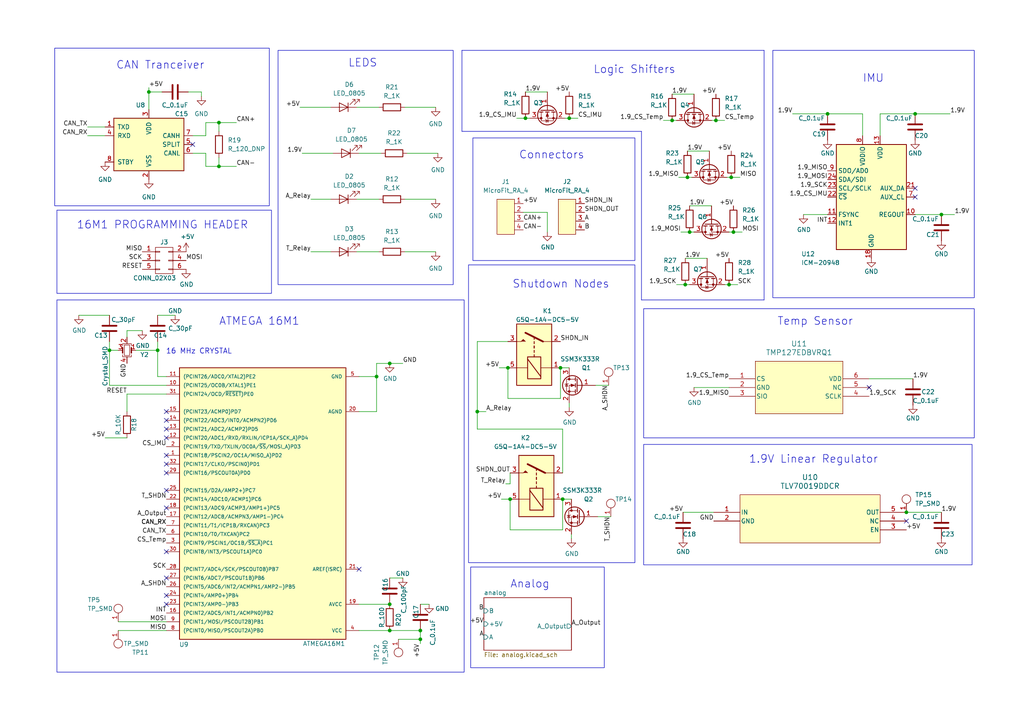
<source format=kicad_sch>
(kicad_sch (version 20230121) (generator eeschema)
  (paper "A4")
  (junction (at 262.89 148.59))
  (junction (at 63.5 35.56))
  (junction (at 43.18 26.67))
  (junction (at 163.195 144.78))
  (junction (at 109.22 109.22))
  (junction (at 265.43 33.02))
  (junction (at 212.09 51.435))
  (junction (at 152.4 34.29))
  (junction (at 113.03 175.26))
  (junction (at 121.92 182.88))
  (junction (at 147.955 144.78))
  (junction (at 63.5 48.26))
  (junction (at 199.39 51.435))
  (junction (at 45.72 101.6))
  (junction (at 194.945 34.925))
  (junction (at 212.725 67.31))
  (junction (at 273.05 62.23))
  (junction (at 113.03 182.88))
  (junction (at 165.1 34.29))
  (junction (at 211.455 82.55))
  (junction (at 162.56 106.68))
  (junction (at 200.025 67.31))
  (junction (at 113.03 105.41))
  (junction (at 147.32 106.68))
  (junction (at 31.75 101.6))
  (junction (at 138.43 119.38))
  (junction (at 240.03 33.02))
  (junction (at 198.755 82.55))
  (junction (at 207.645 34.925))
  (junction (at 121.92 185.42))
  (no_connect (at 262.89 151.13))
  (no_connect (at 48.26 167.64))
  (no_connect (at 48.26 175.26))
  (no_connect (at 48.26 132.08))
  (no_connect (at 265.43 54.61))
  (no_connect (at 48.26 147.32))
  (no_connect (at 48.26 127))
  (no_connect (at 48.26 121.92))
  (no_connect (at 265.43 57.15))
  (no_connect (at 48.26 124.46))
  (no_connect (at 104.14 165.1))
  (no_connect (at 48.26 160.02))
  (no_connect (at 48.26 142.24))
  (no_connect (at 48.26 119.38))
  (no_connect (at 48.26 172.72))
  (no_connect (at 252.095 112.395))
  (no_connect (at 48.26 137.16))
  (no_connect (at 55.88 41.91))
  (no_connect (at 48.26 134.62))
  (polyline (pts (xy 221.615 86.995) (xy 186.055 86.995)))
  (wire (pts (xy 265.43 33.02) (xy 275.59 33.02)))
  (wire (pts (xy 229.87 33.02) (xy 240.03 33.02)))
  (wire (pts (xy 31.75 99.06) (xy 31.75 101.6)))
  (wire (pts (xy 198.12 148.59) (xy 207.01 148.59)))
  (wire (pts (xy 162.56 115.57) (xy 162.56 106.68)))
  (wire (pts (xy 36.83 127) (xy 30.48 127)))
  (polyline (pts (xy 133.985 38.1) (xy 186.055 38.1)))
  (wire (pts (xy 200.025 59.69) (xy 206.375 59.69)))
  (wire (pts (xy 158.75 67.31) (xy 158.75 61.595)))
  (wire (pts (xy 117.475 57.785) (xy 126.365 57.785)))
  (wire (pts (xy 34.29 180.34) (xy 48.26 180.34)))
  (wire (pts (xy 197.485 67.31) (xy 200.025 67.31)))
  (wire (pts (xy 192.405 34.925) (xy 194.945 34.925)))
  (wire (pts (xy 115.57 185.42) (xy 121.92 185.42)))
  (wire (pts (xy 250.19 33.02) (xy 250.19 39.37)))
  (wire (pts (xy 63.5 35.56) (xy 63.5 38.1)))
  (wire (pts (xy 36.83 95.885) (xy 41.275 95.885)))
  (wire (pts (xy 162.56 106.68) (xy 165.1 106.68)))
  (polyline (pts (xy 186.055 86.995) (xy 186.055 38.1)))
  (wire (pts (xy 87.63 44.45) (xy 96.52 44.45)))
  (wire (pts (xy 31.75 111.76) (xy 48.26 111.76)))
  (wire (pts (xy 199.39 51.435) (xy 200.66 51.435)))
  (wire (pts (xy 147.955 144.78) (xy 147.955 153.67)))
  (wire (pts (xy 212.09 51.435) (xy 214.63 51.435)))
  (wire (pts (xy 58.42 26.67) (xy 58.42 27.94)))
  (wire (pts (xy 210.82 51.435) (xy 212.09 51.435)))
  (wire (pts (xy 109.22 109.22) (xy 109.22 105.41)))
  (wire (pts (xy 104.14 44.45) (xy 110.49 44.45)))
  (wire (pts (xy 43.18 26.67) (xy 46.99 26.67)))
  (wire (pts (xy 36.83 114.3) (xy 36.83 119.38)))
  (wire (pts (xy 113.03 105.41) (xy 116.84 105.41)))
  (wire (pts (xy 252.095 109.855) (xy 264.795 109.855)))
  (wire (pts (xy 113.03 167.64) (xy 116.84 167.64)))
  (wire (pts (xy 196.215 82.55) (xy 198.755 82.55)))
  (wire (pts (xy 163.83 34.29) (xy 165.1 34.29)))
  (wire (pts (xy 86.995 31.115) (xy 95.885 31.115)))
  (wire (pts (xy 200.025 67.31) (xy 201.295 67.31)))
  (wire (pts (xy 173.355 149.86) (xy 177.165 149.86)))
  (wire (pts (xy 206.375 34.925) (xy 207.645 34.925)))
  (polyline (pts (xy 221.615 14.605) (xy 221.615 86.995)))
  (wire (pts (xy 152.4 26.67) (xy 158.75 26.67)))
  (wire (pts (xy 103.505 31.115) (xy 109.855 31.115)))
  (wire (pts (xy 138.43 119.38) (xy 138.43 124.46)))
  (wire (pts (xy 117.475 31.115) (xy 126.365 31.115)))
  (wire (pts (xy 199.39 43.815) (xy 205.74 43.815)))
  (wire (pts (xy 144.78 106.68) (xy 147.32 106.68)))
  (wire (pts (xy 265.43 62.23) (xy 273.05 62.23)))
  (wire (pts (xy 212.725 67.31) (xy 215.265 67.31)))
  (wire (pts (xy 146.685 140.335) (xy 147.955 140.335)))
  (wire (pts (xy 121.92 186.69) (xy 121.92 185.42)))
  (wire (pts (xy 59.69 35.56) (xy 63.5 35.56)))
  (wire (pts (xy 109.22 105.41) (xy 113.03 105.41)))
  (wire (pts (xy 149.86 34.29) (xy 152.4 34.29)))
  (wire (pts (xy 201.295 112.395) (xy 211.455 112.395)))
  (wire (pts (xy 25.4 39.37) (xy 30.48 39.37)))
  (wire (pts (xy 163.195 153.67) (xy 163.195 144.78)))
  (wire (pts (xy 90.17 57.785) (xy 95.885 57.785)))
  (wire (pts (xy 121.92 185.42) (xy 121.92 182.88)))
  (wire (pts (xy 196.85 51.435) (xy 199.39 51.435)))
  (wire (pts (xy 194.945 27.305) (xy 201.295 27.305)))
  (wire (pts (xy 172.72 111.76) (xy 176.53 111.76)))
  (wire (pts (xy 59.69 48.26) (xy 63.5 48.26)))
  (wire (pts (xy 54.61 26.67) (xy 58.42 26.67)))
  (wire (pts (xy 165.1 34.29) (xy 167.64 34.29)))
  (wire (pts (xy 25.4 36.83) (xy 30.48 36.83)))
  (wire (pts (xy 121.92 175.26) (xy 124.46 175.26)))
  (wire (pts (xy 104.14 182.88) (xy 113.03 182.88)))
  (polyline (pts (xy 133.985 38.1) (xy 133.985 14.605)))
  (wire (pts (xy 145.415 144.78) (xy 147.955 144.78)))
  (wire (pts (xy 255.27 33.02) (xy 265.43 33.02)))
  (wire (pts (xy 121.92 182.88) (xy 113.03 182.88)))
  (wire (pts (xy 63.5 48.26) (xy 68.58 48.26)))
  (wire (pts (xy 22.86 91.44) (xy 31.75 91.44)))
  (wire (pts (xy 165.1 116.84) (xy 165.1 118.11)))
  (wire (pts (xy 255.27 33.02) (xy 255.27 39.37)))
  (wire (pts (xy 55.88 39.37) (xy 59.69 39.37)))
  (wire (pts (xy 262.89 148.59) (xy 273.05 148.59)))
  (polyline (pts (xy 133.985 14.605) (xy 221.615 14.605)))
  (wire (pts (xy 63.5 35.56) (xy 68.58 35.56)))
  (wire (pts (xy 103.505 73.025) (xy 109.855 73.025)))
  (wire (pts (xy 207.645 34.925) (xy 210.185 34.925)))
  (wire (pts (xy 109.22 119.38) (xy 109.22 109.22)))
  (wire (pts (xy 198.755 82.55) (xy 200.025 82.55)))
  (wire (pts (xy 59.69 44.45) (xy 59.69 48.26)))
  (wire (pts (xy 43.18 26.67) (xy 43.18 31.75)))
  (wire (pts (xy 39.37 101.6) (xy 45.72 101.6)))
  (wire (pts (xy 59.69 39.37) (xy 59.69 35.56)))
  (wire (pts (xy 104.14 119.38) (xy 109.22 119.38)))
  (wire (pts (xy 211.455 82.55) (xy 213.995 82.55)))
  (wire (pts (xy 34.29 101.6) (xy 31.75 101.6)))
  (wire (pts (xy 163.195 144.78) (xy 165.735 144.78)))
  (wire (pts (xy 63.5 48.26) (xy 63.5 45.72)))
  (wire (pts (xy 194.945 34.925) (xy 196.215 34.925)))
  (wire (pts (xy 45.72 99.06) (xy 45.72 101.6)))
  (wire (pts (xy 109.22 109.22) (xy 104.14 109.22)))
  (wire (pts (xy 55.88 44.45) (xy 59.69 44.45)))
  (wire (pts (xy 233.045 62.23) (xy 240.03 62.23)))
  (wire (pts (xy 31.75 101.6) (xy 31.75 111.76)))
  (wire (pts (xy 45.72 91.44) (xy 50.8 91.44)))
  (wire (pts (xy 138.43 119.38) (xy 140.97 119.38)))
  (wire (pts (xy 210.185 82.55) (xy 211.455 82.55)))
  (wire (pts (xy 250.19 33.02) (xy 240.03 33.02)))
  (wire (pts (xy 138.43 99.06) (xy 147.32 99.06)))
  (wire (pts (xy 36.83 97.79) (xy 36.83 95.885)))
  (wire (pts (xy 104.14 175.26) (xy 113.03 175.26)))
  (wire (pts (xy 138.43 99.06) (xy 138.43 119.38)))
  (wire (pts (xy 158.75 61.595) (xy 151.765 61.595)))
  (wire (pts (xy 90.17 73.025) (xy 95.885 73.025)))
  (wire (pts (xy 36.83 114.3) (xy 48.26 114.3)))
  (wire (pts (xy 118.11 44.45) (xy 127 44.45)))
  (wire (pts (xy 45.72 109.22) (xy 48.26 109.22)))
  (wire (pts (xy 34.29 182.88) (xy 48.26 182.88)))
  (wire (pts (xy 147.32 115.57) (xy 162.56 115.57)))
  (wire (pts (xy 138.43 124.46) (xy 163.195 124.46)))
  (wire (pts (xy 117.475 73.025) (xy 126.365 73.025)))
  (wire (pts (xy 147.955 153.67) (xy 163.195 153.67)))
  (wire (pts (xy 211.455 67.31) (xy 212.725 67.31)))
  (wire (pts (xy 147.955 137.16) (xy 147.955 140.335)))
  (wire (pts (xy 163.195 137.16) (xy 163.195 124.46)))
  (wire (pts (xy 198.755 74.93) (xy 205.105 74.93)))
  (wire (pts (xy 103.505 57.785) (xy 109.855 57.785)))
  (wire (pts (xy 43.18 25.4) (xy 43.18 26.67)))
  (wire (pts (xy 147.32 106.68) (xy 147.32 115.57)))
  (wire (pts (xy 152.4 34.29) (xy 153.67 34.29)))
  (wire (pts (xy 45.72 101.6) (xy 45.72 109.22)))
  (wire (pts (xy 165.735 154.94) (xy 165.735 156.21)))
  (wire (pts (xy 273.05 62.23) (xy 276.86 62.23)))
  (rectangle (start 136.525 164.465) (end 175.26 193.675))
  (rectangle (start 186.69 89.535) (end 282.575 127))
  (rectangle (start 224.155 14.605) (end 282.575 86.36))
  (rectangle (start 186.69 128.905) (end 281.94 163.83))
  (rectangle (start 15.875 13.97) (end 78.105 59.69))
  (rectangle (start 137.16 40.005) (end 184.15 75.565))
  (rectangle (start 135.89 76.835) (end 184.15 163.195))
  (rectangle (start 16.51 86.995) (end 134.62 194.945))
  (rectangle (start 80.645 14.605) (end 131.445 82.55))
  (rectangle (start 16.51 60.96) (end 78.74 85.09))
  (text "Logic Shifters" (at 172.085 21.59 0) (effects (font (size 2.2606 2.2606)) (justify left bottom)))
  (text "LEDS" (at 100.965 19.685 0) (effects (font (size 2.2606 2.2606)) (justify left bottom)))
  (text "Connectors" (at 150.495 46.355 0) (effects (font (size 2.2606 2.2606)) (justify left bottom)))
  (text "Analog" (at 147.955 170.815 0) (effects (font (size 2.2606 2.2606)) (justify left bottom)))
  (text "Shutdown Nodes" (at 148.59 83.82 0) (effects (font (size 2.2606 2.2606)) (justify left bottom)))
  (text "Temp Sensor" (at 225.425 94.615 0) (effects (font (size 2.2606 2.2606)) (justify left bottom)))
  (text "IMU" (at 250.19 24.13 0) (effects (font (size 2.2606 2.2606)) (justify left bottom)))
  (text "16M1 PROGRAMMING HEADER\n" (at 22.225 66.675 0) (effects (font (size 2.2606 2.2606)) (justify left bottom)))
  (text "16 MHz CRYSTAL\n" (at 67.31 102.87 0) (effects (font (size 1.5 1.5)) (justify right bottom)))
  (text "1.9V Linear Regulator" (at 217.17 134.62 0) (effects (font (size 2.2606 2.2606)) (justify left bottom)))
  (text "CAN Tranceiver" (at 33.655 20.32 0) (effects (font (size 2.2606 2.2606)) (justify left bottom)))
  (text "ATMEGA 16M1\n" (at 63.5 94.615 0) (effects (font (size 2.2606 2.2606)) (justify left bottom)))
  (label "+5V" (at 145.415 144.78 180))
  (label "CS_Temp" (at 48.26 157.48 180))
  (label "MISO" (at 48.26 182.88 180))
  (label "A_Output" (at 165.735 181.61 0))
  (label "1.9_CS_IMU" (at 240.03 57.15 180))
  (label "MOSI" (at 215.265 67.31 0))
  (label "1.9_CS_Temp" (at 192.405 34.925 180))
  (label "GND" (at 116.84 105.41 0))
  (label "CAN-" (at 151.765 66.675 0))
  (label "SHDN_IN" (at 169.545 59.055 0))
  (label "RESET" (at 36.83 114.3 180))
  (label "A_SHDN" (at 176.53 111.76 270))
  (label "A_Output" (at 48.26 149.86 180))
  (label "CAN_RX" (at 48.26 152.4 180))
  (label "1.9_CS_Temp" (at 211.455 109.855 180))
  (label "MISO" (at 214.63 51.435 0))
  (label "CS_IMU" (at 48.26 129.54 180))
  (label "1.9_SCK" (at 196.215 82.55 180))
  (label "1.9_MOSI" (at 240.03 52.07 180))
  (label "1.9V" (at 194.945 27.305 0))
  (label "1.9V" (at 275.59 33.02 0))
  (label "1.9V" (at 199.39 43.815 0))
  (label "+5V" (at 262.89 153.67 0))
  (label "MOSI" (at 53.975 75.565 0))
  (label "SCK" (at 48.26 165.1 180))
  (label "1.9V" (at 198.755 74.93 0))
  (label "1.9_MISO" (at 196.85 51.435 180))
  (label "1.9V" (at 264.795 109.855 0))
  (label "1.9V" (at 152.4 26.67 0))
  (label "SHDN_IN" (at 162.56 99.06 0))
  (label "MOSI" (at 48.26 180.34 180))
  (label "+5V" (at 144.78 106.68 180))
  (label "1.9V" (at 87.63 44.45 180))
  (label "INT" (at 48.26 177.8 180))
  (label "SCK" (at 213.995 82.55 0))
  (label "INT" (at 240.03 64.77 180))
  (label "SHDN_OUT" (at 147.955 137.16 180))
  (label "CAN_TX" (at 48.26 154.94 180))
  (label "A" (at 169.545 64.135 0))
  (label "T_Relay" (at 146.685 140.335 180))
  (label "CAN+" (at 68.58 35.56 0))
  (label "+5V" (at 198.12 148.59 180))
  (label "CS_Temp" (at 210.185 34.925 0))
  (label "1.9V" (at 276.86 62.23 0))
  (label "SCK" (at 41.275 75.565 180))
  (label "+5V" (at 207.645 27.305 180))
  (label "CS_IMU" (at 167.64 34.29 0))
  (label "T_SHDN" (at 177.165 149.86 270))
  (label "RESET" (at 41.275 78.105 180))
  (label "1.9_MISO" (at 240.03 49.53 180))
  (label "1.9_MISO" (at 211.455 114.935 180))
  (label "CAN_RX" (at 25.4 39.37 180))
  (label "1.9V" (at 200.025 59.69 0))
  (label "1.9_SCK" (at 252.095 114.935 0))
  (label "+5V" (at 151.765 59.055 0))
  (label "A_SHDN" (at 48.26 170.18 180))
  (label "T_Relay" (at 90.17 73.025 180))
  (label "+5V" (at 86.995 31.115 180))
  (label "+5V" (at 212.09 43.815 180))
  (label "B" (at 169.545 66.675 0))
  (label "1.9V" (at 229.87 33.02 180))
  (label "+5V" (at 211.455 74.93 180))
  (label "CAN_TX" (at 25.4 36.83 180))
  (label "A_Relay" (at 140.97 119.38 0))
  (label "+5V" (at 30.48 127 180))
  (label "+5V" (at 165.1 26.67 180))
  (label "CAN_RX" (at 48.26 152.4 180))
  (label "A_Relay" (at 90.17 57.785 180))
  (label "+5V" (at 212.725 59.69 180))
  (label "T_SHDN" (at 48.26 144.78 180))
  (label "+5V" (at 121.92 186.69 270))
  (label "1.9_CS_IMU" (at 149.86 34.29 180))
  (label "B" (at 140.335 177.165 180))
  (label "+5V" (at 140.335 180.975 180))
  (label "MISO" (at 41.275 73.025 180))
  (label "GND" (at 207.01 151.13 180))
  (label "A" (at 140.335 184.785 180))
  (label "GND" (at 36.83 105.41 270))
  (label "1.9V" (at 273.05 148.59 0))
  (label "1.9_SCK" (at 240.03 54.61 180))
  (label "SHDN_OUT" (at 169.545 61.595 0))
  (label "CAN-" (at 68.58 48.26 0))
  (label "CAN+" (at 151.765 64.135 0))
  (label "1.9_MOSI" (at 197.485 67.31 180))
  (label "+5V" (at 43.18 25.4 0))
  (symbol (lib_id "power:GND") (at 126.365 73.025 0) (unit 1)
    (property "Reference" "#PWR?" (effects hide))
    (property "Value" "GND" (at 126.365 77.851 0))
  )
  (symbol (lib_id "formula:TP_SMD") (at 177.165 148.59 0) (unit 1)
    (property "Reference" "TP14" (at 178.435 144.78 0) (effects (justify left)))
    (property "Value" "TP_SMD" (effects hide))
    (property "Footprint" "footprints:Test_Point_SMD" (effects hide))
    (property "MPN" "5019" (effects hide))
    (property "MFN" "Keystone" (effects hide))
    (property "DKPN" "36-5019TR-ND" (effects hide))
    (property "NewDesigns" "YES" (effects hide))
    (property "Stocked" "Reel" (effects hide))
    (property "Package" "Custom" (effects hide))
    (property "Style" "SMD" (effects hide))
  )
  (symbol (lib_id "power:GND") (at 252.73 74.93 0) (unit 1)
    (property "Reference" "#PWR?" (effects hide))
    (property "Value" "GND" (at 252.73 78.74 0))
  )
  (symbol (lib_id "OEM:0u1F") (at 50.8 26.67 90) (unit 1)
    (property "Reference" "C15" (at 54.61 33.02 90) (effects (justify left)))
    (property "Value" "C_0.1uF" (at 54.61 30.48 90) (effects (justify left)))
    (property "Footprint" "OEM:C_0603" (effects hide))
    (property "Datasheet" "http://datasheets.avx.com/X7RDielectric.pdf" (effects hide))
    (property "MPN" "478-3352-1-ND" (effects hide))
    (property "MFN" "Digi-Key" (effects hide))
    (property "Package" "Value" (effects hide))
    (property "DKPN" "1276-1935-2-ND" (effects hide))
    (property "Stocked" "Reel" (effects hide))
    (property "NewDesigns" "YES" (effects hide))
    (property "Style" "SMD" (effects hide))
  )
  (symbol (lib_id "formula:SSM3K333R") (at 201.295 32.385 90) (mirror x) (unit 1)
    (property "Reference" "Q4" (at 200.025 30.48 90) (effects (justify left)))
    (property "Value" "SSM3K333R" (effects hide))
    (property "Footprint" "footprints:SOT-23F" (effects hide))
    (property "Datasheet" "https://drive.google.com/drive/folders/0B-V-iZf33Y4GNzhDQTJZanJRbVk" (effects hide))
    (property "MFN" "DK" (effects hide))
    (property "MPN" "SSM3K333RLFCT-ND" (effects hide))
    (property "PurchasingLink" "https://www.digikey.com/product-detail/en/toshiba-semiconductor-and-storage/SSM3K333RLF/SSM3K333RLFCT-ND/3522391" (effects hide))
  )
  (symbol (lib_id "power:GND") (at 116.84 167.64 0) (unit 1)
    (property "Reference" "#PWR?" (effects hide))
    (property "Value" "GND" (at 116.84 166.37 0))
  )
  (symbol (lib_id "formula:TP_SMD") (at 176.53 110.49 0) (unit 1)
    (property "Reference" "TP13" (at 177.8 106.68 0) (effects (justify left)))
    (property "Value" "TP_SMD" (effects hide))
    (property "Footprint" "footprints:Test_Point_SMD" (effects hide))
    (property "MPN" "5019" (effects hide))
    (property "MFN" "Keystone" (effects hide))
    (property "DKPN" "36-5019TR-ND" (effects hide))
    (property "NewDesigns" "YES" (effects hide))
    (property "Stocked" "Reel" (effects hide))
    (property "Package" "Custom" (effects hide))
    (property "Style" "SMD" (effects hide))
  )
  (symbol (lib_id "formula:SSM3K333R") (at 167.64 111.76 0) (mirror y) (unit 1)
    (property "Reference" "Q1" (at 171.45 106.68 0) (effects (justify left)))
    (property "Value" "SSM3K333R" (at 173.99 104.14 0) (effects (justify left)))
    (property "Footprint" "footprints:SOT-23F" (effects hide))
    (property "Datasheet" "https://drive.google.com/drive/folders/0B-V-iZf33Y4GNzhDQTJZanJRbVk" (effects hide))
    (property "MFN" "DK" (effects hide))
    (property "MPN" "SSM3K333RLFCT-ND" (effects hide))
    (property "PurchasingLink" "https://www.digikey.com/product-detail/en/toshiba-semiconductor-and-storage/SSM3K333RLF/SSM3K333RLFCT-ND/3522391" (effects hide))
  )
  (symbol (lib_id "formula:R_1K") (at 212.09 47.625 180) (unit 1)
    (property "Reference" "R24" (at 214.63 45.085 0) (effects (justify right)))
    (property "Value" "R_1K" (at 214.63 47.625 0) (effects (justify right)))
    (property "Footprint" "OEM:R_0603" (effects hide))
    (property "Datasheet" "https://www.seielect.com/Catalog/SEI-rncp.pdf" (effects hide))
    (property "MFN" "DK" (effects hide))
    (property "MPN" "RNCP0805FTD1K00CT-ND" (effects hide))
    (property "PurchasingLink" "https://www.digikey.com/products/en?keywords=RNCP0805FTD1K00CT-ND" (effects hide))
  )
  (symbol (lib_id "power:GND") (at 273.05 69.85 0) (unit 1)
    (property "Reference" "#PWR?" (effects hide))
    (property "Value" "GND" (at 273.05 73.66 0))
  )
  (symbol (lib_id "power:GND") (at 240.03 40.64 0) (unit 1)
    (property "Reference" "#PWR?" (effects hide))
    (property "Value" "GND" (at 240.03 44.45 0))
  )
  (symbol (lib_name "GND_1") (lib_id "power:GND") (at 30.48 46.99 0) (unit 1)
    (property "Reference" "#PWR?" (effects hide))
    (property "Value" "GND" (at 30.48 52.07 0))
  )
  (symbol (lib_id "formula:TLV70019DDCR") (at 207.01 148.59 0) (unit 1)
    (property "Reference" "U10" (at 234.95 138.43 0) (effects (font (size 1.524 1.524))))
    (property "Value" "TLV70019DDCR" (at 234.95 140.97 0) (effects (font (size 1.524 1.524))))
    (property "Footprint" "footprints:TLV70019DDCR" (effects hide))
    (property "Datasheet" "TLV70019DDCR" (effects hide))
  )
  (symbol (lib_id "formula:SSM3K333R") (at 168.275 149.86 0) (mirror y) (unit 1)
    (property "Reference" "Q2" (at 172.085 144.78 0) (effects (justify left)))
    (property "Value" "SSM3K333R" (at 174.625 142.24 0) (effects (justify left)))
    (property "Footprint" "footprints:SOT-23F" (effects hide))
    (property "Datasheet" "https://drive.google.com/drive/folders/0B-V-iZf33Y4GNzhDQTJZanJRbVk" (effects hide))
    (property "MFN" "DK" (effects hide))
    (property "MPN" "SSM3K333RLFCT-ND" (effects hide))
    (property "PurchasingLink" "https://www.digikey.com/product-detail/en/toshiba-semiconductor-and-storage/SSM3K333RLF/SSM3K333RLFCT-ND/3522391" (effects hide))
  )
  (symbol (lib_id "formula:LED_0805") (at 99.695 57.785 180) (unit 1)
    (property "Reference" "D2" (at 101.2952 51.181 0))
    (property "Value" "LED_0805" (at 101.2952 53.721 0))
    (property "Footprint" "footprints:LED_0805_OEM" (effects hide))
    (property "Datasheet" "http://www.osram-os.com/Graphics/XPic9/00078860_0.pdf" (effects hide))
    (property "MFN" "DK" (effects hide))
    (property "MPN" "475-1410-1-ND" (effects hide))
    (property "PurchasingLink" "https://www.digikey.com/products/en?keywords=475-1410-1-ND" (effects hide))
  )
  (symbol (lib_id "power:GND") (at 41.275 95.885 0) (unit 1)
    (property "Reference" "#PWR?" (effects hide))
    (property "Value" "GND" (at 41.402 100.2792 0))
  )
  (symbol (lib_id "formula:R_1K") (at 212.725 63.5 180) (unit 1)
    (property "Reference" "R26" (at 215.265 60.96 0) (effects (justify right)))
    (property "Value" "R_1K" (at 215.265 63.5 0) (effects (justify right)))
    (property "Footprint" "OEM:R_0603" (effects hide))
    (property "Datasheet" "https://www.seielect.com/Catalog/SEI-rncp.pdf" (effects hide))
    (property "MFN" "DK" (effects hide))
    (property "MPN" "RNCP0805FTD1K00CT-ND" (effects hide))
    (property "PurchasingLink" "https://www.digikey.com/products/en?keywords=RNCP0805FTD1K00CT-ND" (effects hide))
  )
  (symbol (lib_id "formula:MicroFit_RA_4") (at 164.465 62.865 0) (unit 1)
    (property "Reference" "J2" (at 164.465 52.705 0))
    (property "Value" "MicroFit_RA_4" (at 164.465 55.245 0))
    (property "Footprint" "footprints:MicroFit_RA_4" (effects hide))
    (property "Purchasing Link" "https://www.digikey.com/product-detail/en/molex/0430450400/WM1814-ND/252527" (effects hide))
    (property "PurchasingLink" "https://www.digikey.com/product-detail/en/molex/0430450400/WM1814-ND/252527" (effects hide))
  )
  (symbol (lib_id "power:GND") (at 165.735 156.21 0) (unit 1)
    (property "Reference" "#PWR?" (effects hide))
    (property "Value" "GND" (at 165.862 160.6042 0))
  )
  (symbol (lib_name "GND_1") (lib_id "power:GND") (at 43.18 52.07 0) (unit 1)
    (property "Reference" "#PWR?" (effects hide))
    (property "Value" "GND" (at 43.18 57.15 0))
  )
  (symbol (lib_id "formula:R_1K") (at 152.4 30.48 180) (unit 1)
    (property "Reference" "R14" (at 146.05 27.305 0) (effects (justify right)))
    (property "Value" "R_1K" (at 146.05 29.845 0) (effects (justify right)))
    (property "Footprint" "OEM:R_0603" (effects hide))
    (property "Datasheet" "https://www.seielect.com/Catalog/SEI-rncp.pdf" (effects hide))
    (property "MFN" "DK" (effects hide))
    (property "MPN" "RNCP0805FTD1K00CT-ND" (effects hide))
    (property "PurchasingLink" "https://www.digikey.com/products/en?keywords=RNCP0805FTD1K00CT-ND" (effects hide))
  )
  (symbol (lib_name "GND_1") (lib_id "power:GND") (at 58.42 27.94 0) (unit 1)
    (property "Reference" "#PWR?" (effects hide))
    (property "Value" "GND" (at 58.42 33.02 0))
  )
  (symbol (lib_id "formula:SSM3K333R") (at 206.375 64.77 90) (mirror x) (unit 1)
    (property "Reference" "Q6" (at 205.105 62.865 90) (effects (justify left)))
    (property "Value" "SSM3K333R" (effects hide))
    (property "Footprint" "footprints:SOT-23F" (effects hide))
    (property "Datasheet" "https://drive.google.com/drive/folders/0B-V-iZf33Y4GNzhDQTJZanJRbVk" (effects hide))
    (property "MFN" "DK" (effects hide))
    (property "MPN" "SSM3K333RLFCT-ND" (effects hide))
    (property "PurchasingLink" "https://www.digikey.com/product-detail/en/toshiba-semiconductor-and-storage/SSM3K333RLF/SSM3K333RLFCT-ND/3522391" (effects hide))
  )
  (symbol (lib_id "formula:LED_0805") (at 99.695 31.115 180) (unit 1)
    (property "Reference" "D6" (at 101.2952 24.511 0))
    (property "Value" "LED_0805" (at 101.2952 27.051 0))
    (property "Footprint" "footprints:LED_0805_OEM" (effects hide))
    (property "Datasheet" "http://www.osram-os.com/Graphics/XPic9/00078860_0.pdf" (effects hide))
    (property "MFN" "DK" (effects hide))
    (property "MPN" "475-1410-1-ND" (effects hide))
    (property "PurchasingLink" "https://www.digikey.com/products/en?keywords=475-1410-1-ND" (effects hide))
  )
  (symbol (lib_id "formula:TMP127EDBVRQ1") (at 211.455 109.855 0) (unit 1)
    (property "Reference" "U11" (at 231.775 99.695 0) (effects (font (size 1.524 1.524))))
    (property "Value" "TMP127EDBVRQ1" (at 231.775 102.235 0) (effects (font (size 1.524 1.524))))
    (property "Footprint" "footprints:TMP127EDBVRQ1" (effects hide))
    (property "Datasheet" "TMP127EDBVRQ1" (effects hide))
  )
  (symbol (lib_id "formula:LED_0805") (at 99.695 73.025 180) (unit 1)
    (property "Reference" "D3" (at 101.2952 66.421 0))
    (property "Value" "LED_0805" (at 101.2952 68.961 0))
    (property "Footprint" "footprints:LED_0805_OEM" (effects hide))
    (property "Datasheet" "http://www.osram-os.com/Graphics/XPic9/00078860_0.pdf" (effects hide))
    (property "MFN" "DK" (effects hide))
    (property "MPN" "475-1410-1-ND" (effects hide))
    (property "PurchasingLink" "https://www.digikey.com/products/en?keywords=475-1410-1-ND" (effects hide))
  )
  (symbol (lib_id "power:GND") (at 264.795 117.475 0) (unit 1)
    (property "Reference" "#PWR?" (effects hide))
    (property "Value" "GND" (at 264.795 121.285 0))
  )
  (symbol (lib_id "formula:TP_SMD") (at 262.89 147.32 0) (unit 1)
    (property "Reference" "TP15" (at 265.43 143.51 0) (effects (justify left)))
    (property "Value" "TP_SMD" (at 265.43 146.05 0) (effects (justify left)))
    (property "Footprint" "footprints:Test_Point_SMD" (effects hide))
    (property "MPN" "5019" (effects hide))
    (property "MFN" "Keystone" (effects hide))
    (property "DKPN" "36-5019TR-ND" (effects hide))
    (property "NewDesigns" "YES" (effects hide))
    (property "Stocked" "Reel" (effects hide))
    (property "Package" "Custom" (effects hide))
    (property "Style" "SMD" (effects hide))
  )
  (symbol (lib_id "formula:R_1K") (at 165.1 30.48 180) (unit 1)
    (property "Reference" "R15" (at 167.64 27.94 0) (effects (justify right)))
    (property "Value" "R_1K" (at 167.64 30.48 0) (effects (justify right)))
    (property "Footprint" "OEM:R_0603" (effects hide))
    (property "Datasheet" "https://www.seielect.com/Catalog/SEI-rncp.pdf" (effects hide))
    (property "MFN" "DK" (effects hide))
    (property "MPN" "RNCP0805FTD1K00CT-ND" (effects hide))
    (property "PurchasingLink" "https://www.digikey.com/products/en?keywords=RNCP0805FTD1K00CT-ND" (effects hide))
  )
  (symbol (lib_id "formula:R_1K") (at 194.945 31.115 180) (unit 1)
    (property "Reference" "R16" (at 188.595 27.94 0) (effects (justify right)))
    (property "Value" "R_1K" (at 188.595 30.48 0) (effects (justify right)))
    (property "Footprint" "OEM:R_0603" (effects hide))
    (property "Datasheet" "https://www.seielect.com/Catalog/SEI-rncp.pdf" (effects hide))
    (property "MFN" "DK" (effects hide))
    (property "MPN" "RNCP0805FTD1K00CT-ND" (effects hide))
    (property "PurchasingLink" "https://www.digikey.com/products/en?keywords=RNCP0805FTD1K00CT-ND" (effects hide))
  )
  (symbol (lib_id "power:+5V") (at 53.975 73.025 0) (unit 1)
    (property "Reference" "#PWR?" (effects hide))
    (property "Value" "+5V" (at 54.356 68.6308 0))
  )
  (symbol (lib_id "power:GND") (at 53.975 78.105 0) (unit 1)
    (property "Reference" "#PWR?" (effects hide))
    (property "Value" "GND" (at 54.102 82.4992 0))
  )
  (symbol (lib_id "formula:R_1K") (at 113.665 31.115 90) (unit 1)
    (property "Reference" "R21" (at 113.665 25.273 90))
    (property "Value" "R_1K" (at 113.665 27.813 90))
    (property "Footprint" "OEM:R_0603" (effects hide))
    (property "Datasheet" "https://www.seielect.com/Catalog/SEI-rncp.pdf" (effects hide))
    (property "MFN" "DK" (effects hide))
    (property "MPN" "RNCP0805FTD1K00CT-ND" (effects hide))
    (property "PurchasingLink" "https://www.digikey.com/products/en?keywords=RNCP0805FTD1K00CT-ND" (effects hide))
  )
  (symbol (lib_id "formula:R_1K") (at 113.665 73.025 90) (unit 1)
    (property "Reference" "R13" (at 113.665 67.183 90))
    (property "Value" "R_1K" (at 113.665 69.723 90))
    (property "Footprint" "OEM:R_0603" (effects hide))
    (property "Datasheet" "https://www.seielect.com/Catalog/SEI-rncp.pdf" (effects hide))
    (property "MFN" "DK" (effects hide))
    (property "MPN" "RNCP0805FTD1K00CT-ND" (effects hide))
    (property "PurchasingLink" "https://www.digikey.com/products/en?keywords=RNCP0805FTD1K00CT-ND" (effects hide))
  )
  (symbol (lib_id "formula:R_1K") (at 198.755 78.74 180) (unit 1)
    (property "Reference" "R27" (at 192.405 75.565 0) (effects (justify right)))
    (property "Value" "R_1K" (at 192.405 78.105 0) (effects (justify right)))
    (property "Footprint" "OEM:R_0603" (effects hide))
    (property "Datasheet" "https://www.seielect.com/Catalog/SEI-rncp.pdf" (effects hide))
    (property "MFN" "DK" (effects hide))
    (property "MPN" "RNCP0805FTD1K00CT-ND" (effects hide))
    (property "PurchasingLink" "https://www.digikey.com/products/en?keywords=RNCP0805FTD1K00CT-ND" (effects hide))
  )
  (symbol (lib_id "formula:C_30pF") (at 273.05 152.4 180) (unit 1)
    (property "Reference" "C23" (at 276.86 154.94 0) (effects (justify left)))
    (property "Value" "C_0.1uF" (at 272.288 149.86 0) (effects (justify left)))
    (property "Footprint" "OEM:C_0603" (effects hide))
    (property "Datasheet" "https://media.digikey.com/pdf/Data%20Sheets/Samsung%20PDFs/CL_Series_MLCC_ds.pdf" (effects hide))
    (property "MFN" "DK" (effects hide))
    (property "MPN" "1276-1130-1-ND" (effects hide))
    (property "PurchasingLink" "https://www.digikey.com/product-detail/en/samsung-electro-mechanics-america-inc/CL21C300JBANNNC/1276-1130-1-ND/3889216" (effects hide))
  )
  (symbol (lib_id "power:GND") (at 127 44.45 0) (unit 1)
    (property "Reference" "#PWR?" (effects hide))
    (property "Value" "GND" (at 127 49.276 0))
  )
  (symbol (lib_id "formula:C_100pF") (at 113.03 171.45 180) (unit 1)
    (property "Reference" "C16" (at 111.76 167.64 90) (effects (justify left)))
    (property "Value" "C_100pF" (at 117.094 169.672 90) (effects (justify left)))
    (property "Footprint" "OEM:C_0603" (effects hide))
    (property "Datasheet" "https://katalog.we-online.de/pbs/datasheet/885012007057.pdf" (effects hide))
    (property "MFN" "DK" (effects hide))
    (property "MPN" "732-7852-1-ND" (effects hide))
    (property "PurchasingLink" "https://www.digikey.com/product-detail/en/wurth-electronics-inc/885012007057/732-7852-1-ND/5454479" (effects hide))
  )
  (symbol (lib_id "formula:C_30pF") (at 45.72 95.25 180) (unit 1)
    (property "Reference" "C14" (at 48.514 97.282 0) (effects (justify left)))
    (property "Value" "C_30pF" (at 55.88 95.25 0) (effects (justify left)))
    (property "Footprint" "OEM:C_0603" (effects hide))
    (property "Datasheet" "https://media.digikey.com/pdf/Data%20Sheets/Samsung%20PDFs/CL_Series_MLCC_ds.pdf" (effects hide))
    (property "MFN" "DK" (effects hide))
    (property "MPN" "1276-1130-1-ND" (effects hide))
    (property "PurchasingLink" "https://www.digikey.com/product-detail/en/samsung-electro-mechanics-america-inc/CL21C300JBANNNC/1276-1130-1-ND/3889216" (effects hide))
  )
  (symbol (lib_id "formula:G5Q-1A4-DC5-5V") (at 154.94 101.6 90) (unit 1)
    (property "Reference" "K1" (at 158.75 90.17 90))
    (property "Value" "G5Q-1A4-DC5-5V" (at 158.75 92.71 90))
    (property "Footprint" "footprints:Relay_SPST_OMRON-G5Q-1A4_OEM" (effects hide))
    (property "Datasheet" "http://omronfs.omron.com/en_US/ecb/products/pdf/en-g5q.pdf" (effects hide))
    (property "MFN" "DK" (effects hide))
    (property "MPN" "Z3632-ND" (effects hide))
    (property "PurchasingLink" "https://www.digikey.com/product-detail/en/omron-electronics-inc-emc-div/G5Q-1A4-DC5/Z3632-ND/1815721" (effects hide))
  )
  (symbol (lib_id "power:GND") (at 126.365 31.115 0) (unit 1)
    (property "Reference" "#PWR?" (effects hide))
    (property "Value" "GND" (at 126.365 35.941 0))
  )
  (symbol (lib_id "formula:CONN_02X03") (at 47.625 75.565 0) (unit 1)
    (property "Reference" "J3" (at 47.625 70.231 0))
    (property "Value" "CONN_02X03" (at 44.831 80.645 0))
    (property "Footprint" "footprints:Pin_Header_Straight_2x03" (effects hide))
    (property "Datasheet" "http://portal.fciconnect.com/Comergent//fci/drawing/67996.pdf" (effects hide))
    (property "MFN" "DK" (effects hide))
    (property "MPN" "609-3234-ND" (effects hide))
    (property "PurchasingLink" "https://www.digikey.com/product-detail/en/amphenol-fci/67997-206HLF/609-3234-ND/1878491" (effects hide))
  )
  (symbol (lib_id "formula:C_0.1uF") (at 121.92 179.07 180) (unit 1)
    (property "Reference" "C17" (at 120.65 175.514 90) (effects (justify left)))
    (property "Value" "C_0.1uF" (at 125.476 179.578 90) (effects (justify left)))
    (property "Footprint" "OEM:C_0603" (effects hide))
    (property "Datasheet" "http://datasheets.avx.com/X7RDielectric.pdf" (effects hide))
    (property "MFN" "DK" (effects hide))
    (property "MPN" "478-3352-1-ND" (effects hide))
    (property "PurchasingLink" "https://www.digikey.com/products/en?keywords=478-3352-1-ND" (effects hide))
  )
  (symbol (lib_id "formula:C_30pF") (at 273.05 66.04 180) (unit 1)
    (property "Reference" "C21" (at 272.542 68.072 0) (effects (justify left)))
    (property "Value" "C_0.1uF" (at 272.288 63.5 0) (effects (justify left)))
    (property "Footprint" "OEM:C_0603" (effects hide))
    (property "Datasheet" "https://media.digikey.com/pdf/Data%20Sheets/Samsung%20PDFs/CL_Series_MLCC_ds.pdf" (effects hide))
    (property "MFN" "DK" (effects hide))
    (property "MPN" "1276-1130-1-ND" (effects hide))
    (property "PurchasingLink" "https://www.digikey.com/product-detail/en/samsung-electro-mechanics-america-inc/CL21C300JBANNNC/1276-1130-1-ND/3889216" (effects hide))
  )
  (symbol (lib_id "power:GND") (at 124.46 175.26 0) (unit 1)
    (property "Reference" "#PWR?" (effects hide))
    (property "Value" "GND" (at 128.27 176.53 0))
  )
  (symbol (lib_id "formula:R_120_DNP") (at 63.5 41.91 0) (unit 1)
    (property "Reference" "R19" (at 66.04 40.64 0) (effects (justify left)))
    (property "Value" "R_120_DNP" (at 66.04 43.18 0) (effects (justify left)))
    (property "Footprint" "OEM:R_0603" (effects hide))
    (property "Datasheet" "https://www.mouser.com/datasheet/2/315/AOA0000C304-1149620.pdf" (effects hide))
    (property "MFN" "DK" (effects hide))
    (property "MPN" "667-ERJ-6ENF1200V" (effects hide))
    (property "PurchasingLink" "https://www.mouser.com/ProductDetail/Panasonic-Industrial-Devices/ERJ-6ENF1200V?qs=sGAEpiMZZMvdGkrng054t8AJgcdMkx7x%252bFQnctTMUmU%3d" (effects hide))
  )
  (symbol (lib_id "formula:Crystal_SMD") (at 36.83 101.6 180) (unit 1)
    (property "Reference" "Y2" (at 43.18 102.87 0) (effects (justify left)))
    (property "Value" "Crystal_SMD" (at 30.48 100.33 90) (effects (justify left)))
    (property "Footprint" "footprints:Crystal_SMD_FA238" (effects hide))
    (property "Datasheet" "http://www.txccorp.com/download/products/quartz_crystals/2015TXC_7M_17.pdf" (effects hide))
    (property "MFN" "DK" (effects hide))
    (property "MPN" "887-1125-1-ND" (effects hide))
    (property "PurchasingLink" "https://www.digikey.com/product-detail/en/txc-corporation/7M-16.000MAAJ-T/887-1125-1-ND/2119014" (effects hide))
  )
  (symbol (lib_id "power:GND") (at 201.295 112.395 0) (unit 1)
    (property "Reference" "#PWR?" (effects hide))
    (property "Value" "GND" (at 201.422 116.7892 0))
  )
  (symbol (lib_id "formula:MCP2561-E_SN") (at 43.18 41.91 0) (unit 1)
    (property "Reference" "U8" (at 39.37 30.48 0) (effects (justify left)))
    (property "Value" "MCP2561-E_SN" (effects hide))
    (property "Footprint" "footprints:SOIC-8_3.9x4.9mm_Pitch1.27mm_OEM" (effects hide))
    (property "Datasheet" "http://www.microchip.com/mymicrochip/filehandler.aspx?ddocname=en561044" (effects hide))
    (property "MFN" "DK" (effects hide))
    (property "MPN" "MCP2561-E/SN-ND" (effects hide))
    (property "PurchasingLink" "https://www.digikey.com/products/en?keywords=mcp2561-e%2Fsn" (effects hide))
  )
  (symbol (lib_id "power:GND") (at 22.86 91.44 0) (unit 1)
    (property "Reference" "#PWR?" (effects hide))
    (property "Value" "GND" (at 22.987 95.8342 0))
  )
  (symbol (lib_id "formula:C_30pF") (at 264.795 113.665 180) (unit 1)
    (property "Reference" "C22" (at 271.145 113.665 0) (effects (justify left)))
    (property "Value" "C_0.1uF" (at 272.415 116.205 0) (effects (justify left)))
    (property "Footprint" "OEM:C_0603" (effects hide))
    (property "Datasheet" "https://media.digikey.com/pdf/Data%20Sheets/Samsung%20PDFs/CL_Series_MLCC_ds.pdf" (effects hide))
    (property "MFN" "DK" (effects hide))
    (property "MPN" "1276-1130-1-ND" (effects hide))
    (property "PurchasingLink" "https://www.digikey.com/product-detail/en/samsung-electro-mechanics-america-inc/CL21C300JBANNNC/1276-1130-1-ND/3889216" (effects hide))
  )
  (symbol (lib_id "formula:R_1K") (at 207.645 31.115 180) (unit 1)
    (property "Reference" "R17" (at 210.185 28.575 0) (effects (justify right)))
    (property "Value" "R_1K" (at 210.185 31.115 0) (effects (justify right)))
    (property "Footprint" "OEM:R_0603" (effects hide))
    (property "Datasheet" "https://www.seielect.com/Catalog/SEI-rncp.pdf" (effects hide))
    (property "MFN" "DK" (effects hide))
    (property "MPN" "RNCP0805FTD1K00CT-ND" (effects hide))
    (property "PurchasingLink" "https://www.digikey.com/products/en?keywords=RNCP0805FTD1K00CT-ND" (effects hide))
  )
  (symbol (lib_id "formula:LED_0805") (at 100.33 44.45 180) (unit 1)
    (property "Reference" "D7" (at 101.9302 37.846 0))
    (property "Value" "LED_0805" (at 101.9302 40.386 0))
    (property "Footprint" "footprints:LED_0805_OEM" (effects hide))
    (property "Datasheet" "http://www.osram-os.com/Graphics/XPic9/00078860_0.pdf" (effects hide))
    (property "MFN" "DK" (effects hide))
    (property "MPN" "475-1410-1-ND" (effects hide))
    (property "PurchasingLink" "https://www.digikey.com/products/en?keywords=475-1410-1-ND" (effects hide))
  )
  (symbol (lib_id "power:GND") (at 165.1 118.11 0) (unit 1)
    (property "Reference" "#PWR?" (effects hide))
    (property "Value" "GND" (at 165.227 122.5042 0))
  )
  (symbol (lib_id "power:GND") (at 158.75 67.31 0) (unit 1)
    (property "Reference" "#PWR?" (effects hide))
    (property "Value" "GND" (at 158.877 71.7042 0))
  )
  (symbol (lib_id "power:GND") (at 265.43 40.64 0) (unit 1)
    (property "Reference" "#PWR?" (effects hide))
    (property "Value" "GND" (at 265.43 44.45 0))
  )
  (symbol (lib_id "formula:C_30pF") (at 265.43 36.83 180) (unit 1)
    (property "Reference" "C20" (at 269.24 39.37 0) (effects (justify left)))
    (property "Value" "C_0.1uF" (at 264.668 34.29 0) (effects (justify left)))
    (property "Footprint" "OEM:C_0603" (effects hide))
    (property "Datasheet" "https://media.digikey.com/pdf/Data%20Sheets/Samsung%20PDFs/CL_Series_MLCC_ds.pdf" (effects hide))
    (property "MFN" "DK" (effects hide))
    (property "MPN" "1276-1130-1-ND" (effects hide))
    (property "PurchasingLink" "https://www.digikey.com/product-detail/en/samsung-electro-mechanics-america-inc/CL21C300JBANNNC/1276-1130-1-ND/3889216" (effects hide))
  )
  (symbol (lib_id "formula:SSM3K333R") (at 158.75 31.75 90) (mirror x) (unit 1)
    (property "Reference" "Q3" (at 157.48 29.845 90) (effects (justify left)))
    (property "Value" "SSM3K333R" (effects hide))
    (property "Footprint" "footprints:SOT-23F" (effects hide))
    (property "Datasheet" "https://drive.google.com/drive/folders/0B-V-iZf33Y4GNzhDQTJZanJRbVk" (effects hide))
    (property "MFN" "DK" (effects hide))
    (property "MPN" "SSM3K333RLFCT-ND" (effects hide))
    (property "PurchasingLink" "https://www.digikey.com/product-detail/en/toshiba-semiconductor-and-storage/SSM3K333RLF/SSM3K333RLFCT-ND/3522391" (effects hide))
  )
  (symbol (lib_id "power:GND") (at 50.8 91.44 0) (unit 1)
    (property "Reference" "#PWR?" (effects hide))
    (property "Value" "GND" (at 50.8 90.17 0))
  )
  (symbol (lib_id "formula:R_1K") (at 114.3 44.45 90) (unit 1)
    (property "Reference" "R22" (at 114.3 38.608 90))
    (property "Value" "R_1K" (at 114.3 41.148 90))
    (property "Footprint" "OEM:R_0603" (effects hide))
    (property "Datasheet" "https://www.seielect.com/Catalog/SEI-rncp.pdf" (effects hide))
    (property "MFN" "DK" (effects hide))
    (property "MPN" "RNCP0805FTD1K00CT-ND" (effects hide))
    (property "PurchasingLink" "https://www.digikey.com/products/en?keywords=RNCP0805FTD1K00CT-ND" (effects hide))
  )
  (symbol (lib_id "power:GND") (at 233.045 62.23 0) (unit 1)
    (property "Reference" "#PWR?" (effects hide))
    (property "Value" "GND" (at 233.172 66.6242 0))
  )
  (symbol (lib_id "formula:SSM3K333R") (at 205.105 80.01 90) (mirror x) (unit 1)
    (property "Reference" "Q7" (at 203.835 78.105 90) (effects (justify left)))
    (property "Value" "SSM3K333R" (effects hide))
    (property "Footprint" "footprints:SOT-23F" (effects hide))
    (property "Datasheet" "https://drive.google.com/drive/folders/0B-V-iZf33Y4GNzhDQTJZanJRbVk" (effects hide))
    (property "MFN" "DK" (effects hide))
    (property "MPN" "SSM3K333RLFCT-ND" (effects hide))
    (property "PurchasingLink" "https://www.digikey.com/product-detail/en/toshiba-semiconductor-and-storage/SSM3K333RLF/SSM3K333RLFCT-ND/3522391" (effects hide))
  )
  (symbol (lib_id "formula:C_30pF") (at 31.75 95.25 180) (unit 1)
    (property "Reference" "C13" (at 31.242 97.282 0) (effects (justify left)))
    (property "Value" "C_30pF" (at 39.37 92.71 0) (effects (justify left)))
    (property "Footprint" "OEM:C_0603" (effects hide))
    (property "Datasheet" "https://media.digikey.com/pdf/Data%20Sheets/Samsung%20PDFs/CL_Series_MLCC_ds.pdf" (effects hide))
    (property "MFN" "DK" (effects hide))
    (property "MPN" "1276-1130-1-ND" (effects hide))
    (property "PurchasingLink" "https://www.digikey.com/product-detail/en/samsung-electro-mechanics-america-inc/CL21C300JBANNNC/1276-1130-1-ND/3889216" (effects hide))
  )
  (symbol (lib_id "power:GND") (at 113.03 105.41 0) (unit 1)
    (property "Reference" "#PWR?" (effects hide))
    (property "Value" "GND" (at 113.157 109.8042 0))
  )
  (symbol (lib_id "formula:R_10K") (at 36.83 123.19 180) (unit 1)
    (property "Reference" "R18" (at 38.862 123.19 90))
    (property "Value" "R_10K" (at 34.29 123.19 90))
    (property "Footprint" "OEM:R_0603" (effects hide))
    (property "Datasheet" "http://www.bourns.com/data/global/pdfs/CRS.pdf" (effects hide))
    (property "MFN" "DK" (effects hide))
    (property "MPN" "CRS0805-FX-1002ELFCT-ND" (effects hide))
    (property "PurchasingLink" "https://www.digikey.com/products/en?keywords=CRS0805-FX-1002ELFCT-ND" (effects hide))
  )
  (symbol (lib_id "formula:R_1K") (at 211.455 78.74 180) (unit 1)
    (property "Reference" "R28" (at 213.995 76.2 0) (effects (justify right)))
    (property "Value" "R_1K" (at 213.995 78.74 0) (effects (justify right)))
    (property "Footprint" "OEM:R_0603" (effects hide))
    (property "Datasheet" "https://www.seielect.com/Catalog/SEI-rncp.pdf" (effects hide))
    (property "MFN" "DK" (effects hide))
    (property "MPN" "RNCP0805FTD1K00CT-ND" (effects hide))
    (property "PurchasingLink" "https://www.digikey.com/products/en?keywords=RNCP0805FTD1K00CT-ND" (effects hide))
  )
  (symbol (lib_id "formula:ICM-20948") (at 252.73 57.15 0) (unit 1)
    (property "Reference" "U12" (at 232.41 73.66 0) (effects (justify left)))
    (property "Value" "ICM-20948" (at 232.41 76.2 0) (effects (justify left)))
    (property "Footprint" "Sensor_Motion:InvenSense_QFN-24_3x3mm_P0.4mm" (effects hide))
    (property "Datasheet" "http://www.invensense.com/wp-content/uploads/2016/06/DS-000189-ICM-20948-v1.3.pdf" (effects hide))
  )
  (symbol (lib_id "power:GND") (at 273.05 156.21 0) (unit 1)
    (property "Reference" "#PWR?" (effects hide))
    (property "Value" "GND" (at 273.05 160.02 0))
  )
  (symbol (lib_id "formula:R_1K") (at 200.025 63.5 180) (unit 1)
    (property "Reference" "R25" (at 193.675 60.325 0) (effects (justify right)))
    (property "Value" "R_1K" (at 193.675 62.865 0) (effects (justify right)))
    (property "Footprint" "OEM:R_0603" (effects hide))
    (property "Datasheet" "https://www.seielect.com/Catalog/SEI-rncp.pdf" (effects hide))
    (property "MFN" "DK" (effects hide))
    (property "MPN" "RNCP0805FTD1K00CT-ND" (effects hide))
    (property "PurchasingLink" "https://www.digikey.com/products/en?keywords=RNCP0805FTD1K00CT-ND" (effects hide))
  )
  (symbol (lib_id "formula:R_1K") (at 199.39 47.625 180) (unit 1)
    (property "Reference" "R23" (at 193.04 44.45 0) (effects (justify right)))
    (property "Value" "R_1K" (at 193.04 46.99 0) (effects (justify right)))
    (property "Footprint" "OEM:R_0603" (effects hide))
    (property "Datasheet" "https://www.seielect.com/Catalog/SEI-rncp.pdf" (effects hide))
    (property "MFN" "DK" (effects hide))
    (property "MPN" "RNCP0805FTD1K00CT-ND" (effects hide))
    (property "PurchasingLink" "https://www.digikey.com/products/en?keywords=RNCP0805FTD1K00CT-ND" (effects hide))
  )
  (symbol (lib_id "formula:ATMEGA16M1") (at 76.2 139.7 180) (unit 1)
    (property "Reference" "U9" (at 53.34 186.944 0))
    (property "Value" "ATMEGA16M1" (at 93.98 186.69 0))
    (property "Footprint" "footprints:TQFP-32_7x7mm_Pitch0.8mm" (effects hide))
    (property "Datasheet" "http://ww1.microchip.com/downloads/en/DeviceDoc/Atmel-8209-8-bit%20AVR%20ATmega16M1-32M1-64M1_Datasheet.pdf" (effects hide))
    (property "MFN" "DK" (effects hide))
    (property "MPN" "ATMEGA16M1-AU-ND" (effects hide))
    (property "PurchasingLink" "https://www.digikey.com/product-detail/en/atmel/ATMEGA16M1-AU/ATMEGA16M1-AU-ND/2271208" (effects hide))
  )
  (symbol (lib_id "formula:TP_SMD") (at 34.29 179.07 0) (unit 1)
    (property "Reference" "TP5" (at 25.4 173.99 0) (effects (justify left)))
    (property "Value" "TP_SMD" (at 25.4 176.53 0) (effects (justify left)))
    (property "Footprint" "footprints:Test_Point_SMD" (effects hide))
    (property "MPN" "5019" (effects hide))
    (property "MFN" "Keystone" (effects hide))
    (property "DKPN" "36-5019TR-ND" (effects hide))
    (property "NewDesigns" "YES" (effects hide))
    (property "Stocked" "Reel" (effects hide))
    (property "Package" "Custom" (effects hide))
    (property "Style" "SMD" (effects hide))
  )
  (symbol (lib_id "formula:C_30pF") (at 240.03 36.83 180) (unit 1)
    (property "Reference" "C19" (at 239.522 38.862 0) (effects (justify left)))
    (property "Value" "C_0.1uF" (at 239.268 34.29 0) (effects (justify left)))
    (property "Footprint" "OEM:C_0603" (effects hide))
    (property "Datasheet" "https://media.digikey.com/pdf/Data%20Sheets/Samsung%20PDFs/CL_Series_MLCC_ds.pdf" (effects hide))
    (property "MFN" "DK" (effects hide))
    (property "MPN" "1276-1130-1-ND" (effects hide))
    (property "PurchasingLink" "https://www.digikey.com/product-detail/en/samsung-electro-mechanics-america-inc/CL21C300JBANNNC/1276-1130-1-ND/3889216" (effects hide))
  )
  (symbol (lib_id "formula:R_1K") (at 113.665 57.785 90) (unit 1)
    (property "Reference" "R12" (at 113.665 51.943 90))
    (property "Value" "R_1K" (at 113.665 54.483 90))
    (property "Footprint" "OEM:R_0603" (effects hide))
    (property "Datasheet" "https://www.seielect.com/Catalog/SEI-rncp.pdf" (effects hide))
    (property "MFN" "DK" (effects hide))
    (property "MPN" "RNCP0805FTD1K00CT-ND" (effects hide))
    (property "PurchasingLink" "https://www.digikey.com/products/en?keywords=RNCP0805FTD1K00CT-ND" (effects hide))
  )
  (symbol (lib_id "power:GND") (at 126.365 57.785 0) (unit 1)
    (property "Reference" "#PWR?" (effects hide))
    (property "Value" "GND" (at 126.365 62.611 0))
  )
  (symbol (lib_id "power:GND") (at 198.12 156.21 0) (unit 1)
    (property "Reference" "#PWR?" (effects hide))
    (property "Value" "GND" (at 198.12 160.02 0))
  )
  (symbol (lib_id "formula:C_30pF") (at 198.12 152.4 180) (unit 1)
    (property "Reference" "C18" (at 201.93 154.94 0) (effects (justify left)))
    (property "Value" "C_0.1uF" (at 197.358 149.86 0) (effects (justify left)))
    (property "Footprint" "OEM:C_0603" (effects hide))
    (property "Datasheet" "https://media.digikey.com/pdf/Data%20Sheets/Samsung%20PDFs/CL_Series_MLCC_ds.pdf" (effects hide))
    (property "MFN" "DK" (effects hide))
    (property "MPN" "1276-1130-1-ND" (effects hide))
    (property "PurchasingLink" "https://www.digikey.com/product-detail/en/samsung-electro-mechanics-america-inc/CL21C300JBANNNC/1276-1130-1-ND/3889216" (effects hide))
  )
  (symbol (lib_id "formula:TP_SMD") (at 34.29 184.15 180) (unit 1)
    (property "Reference" "TP11" (at 43.18 189.23 0) (effects (justify left)))
    (property "Value" "TP_SMD" (at 43.18 186.69 0) (effects (justify left)))
    (property "Footprint" "footprints:Test_Point_SMD" (effects hide))
    (property "MPN" "5019" (effects hide))
    (property "MFN" "Keystone" (effects hide))
    (property "DKPN" "36-5019TR-ND" (effects hide))
    (property "NewDesigns" "YES" (effects hide))
    (property "Stocked" "Reel" (effects hide))
    (property "Package" "Custom" (effects hide))
    (property "Style" "SMD" (effects hide))
  )
  (symbol (lib_id "formula:MicroFit_RA_4") (at 146.685 62.865 0) (unit 1)
    (property "Reference" "J1" (at 146.685 52.705 0))
    (property "Value" "MicroFit_RA_4" (at 146.685 55.245 0))
    (property "Footprint" "footprints:MicroFit_RA_4" (effects hide))
    (property "Purchasing Link" "https://www.digikey.com/product-detail/en/molex/0430450400/WM1814-ND/252527" (effects hide))
    (property "PurchasingLink" "https://www.digikey.com/product-detail/en/molex/0430450400/WM1814-ND/252527" (effects hide))
  )
  (symbol (lib_id "formula:SSM3K333R") (at 205.74 48.895 90) (mirror x) (unit 1)
    (property "Reference" "Q5" (at 204.47 46.99 90) (effects (justify left)))
    (property "Value" "SSM3K333R" (effects hide))
    (property "Footprint" "footprints:SOT-23F" (effects hide))
    (property "Datasheet" "https://drive.google.com/drive/folders/0B-V-iZf33Y4GNzhDQTJZanJRbVk" (effects hide))
    (property "MFN" "DK" (effects hide))
    (property "MPN" "SSM3K333RLFCT-ND" (effects hide))
    (property "PurchasingLink" "https://www.digikey.com/product-detail/en/toshiba-semiconductor-and-storage/SSM3K333RLF/SSM3K333RLFCT-ND/3522391" (effects hide))
  )
  (symbol (lib_id "formula:TP_SMD") (at 115.57 186.69 180) (unit 1)
    (property "Reference" "TP12" (at 109.22 189.23 90))
    (property "Value" "TP_SMD" (at 111.76 189.23 90))
    (property "Footprint" "footprints:Test_Point_SMD" (effects hide))
    (property "MPN" "5019" (effects hide))
    (property "MFN" "Keystone" (effects hide))
    (property "DKPN" "36-5019TR-ND" (effects hide))
    (property "NewDesigns" "YES" (effects hide))
    (property "Stocked" "Reel" (effects hide))
    (property "Package" "Custom" (effects hide))
    (property "Style" "SMD" (effects hide))
  )
  (symbol (lib_id "formula:R_100") (at 113.03 179.07 180) (unit 1)
    (property "Reference" "R20" (at 115.57 177.8 90) (effects (justify left)))
    (property "Value" "R_100" (at 110.744 176.022 90) (effects (justify left)))
    (property "Footprint" "OEM:R_0603" (effects hide))
    (property "Datasheet" "https://www.seielect.com/Catalog/SEI-rncp.pdf" (effects hide))
    (property "MFN" "DK" (effects hide))
    (property "MPN" "RNCP0805FTD100RCT-ND" (effects hide))
    (property "PurchasingLink" "https://www.digikey.com/products/en?keywords=RNCP0805FTD100RCT-ND" (effects hide))
  )
  (symbol (lib_id "formula:G5Q-1A4-DC5-5V") (at 155.575 139.7 90) (unit 1)
    (property "Reference" "K2" (at 152.4 127 90))
    (property "Value" "G5Q-1A4-DC5-5V" (at 152.4 129.54 90))
    (property "Footprint" "footprints:Relay_SPST_OMRON-G5Q-1A4_OEM" (effects hide))
    (property "Datasheet" "http://omronfs.omron.com/en_US/ecb/products/pdf/en-g5q.pdf" (effects hide))
    (property "MFN" "DK" (effects hide))
    (property "MPN" "Z3632-ND" (effects hide))
    (property "PurchasingLink" "https://www.digikey.com/product-detail/en/omron-electronics-inc-emc-div/G5Q-1A4-DC5/Z3632-ND/1815721" (effects hide))
  )
  (sheet (at 140.335 173.355) (size 25.4 15.24) (stroke (width 0.1524))
    (property "Sheetname" "analog" (at 140.335 172.6434 0) (effects (justify left bottom)))
    (property "Sheetfile" "analog.kicad_sch" (at 140.335 189.1796 0) (effects (justify left top)))
    (pin "B" input (at 140.335 177.165 180))
    (pin "+5V" input (at 140.335 180.975 180))
    (pin "A" input (at 140.335 184.785 180))
    (pin "A_Output" output (at 165.735 181.61 0))
  )
)
</source>
